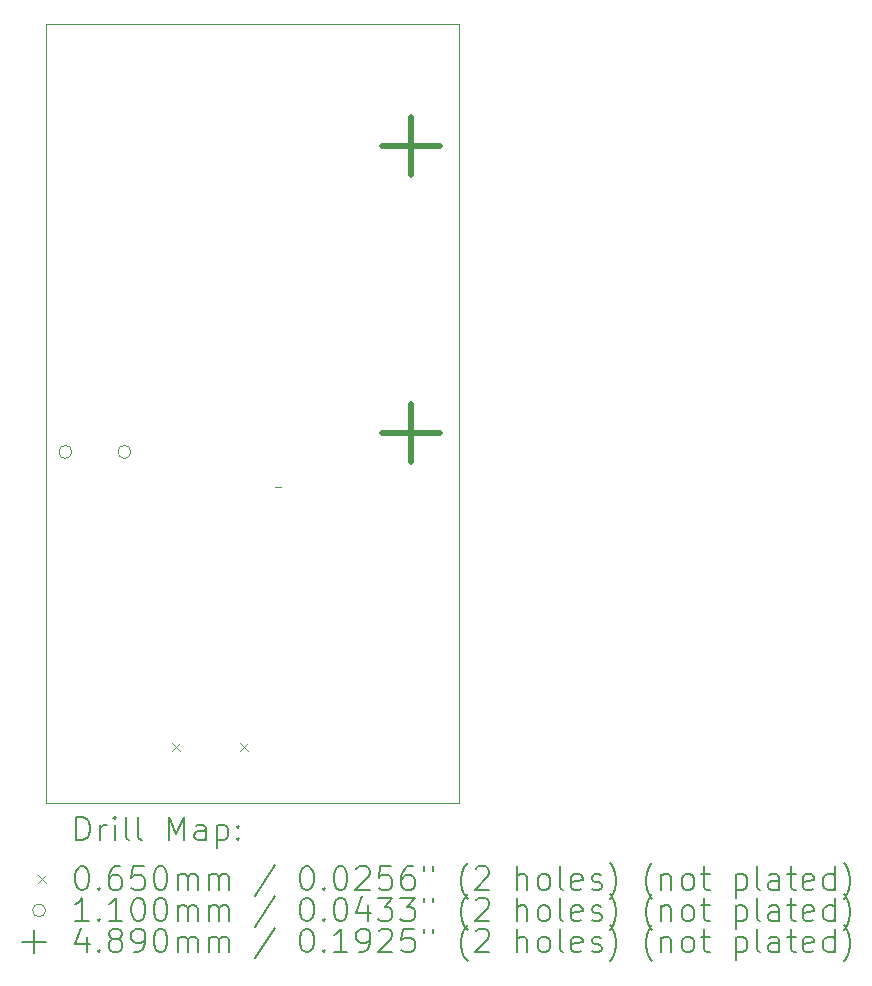
<source format=gbr>
%TF.GenerationSoftware,KiCad,Pcbnew,8.0.4*%
%TF.CreationDate,2024-08-02T16:32:21-04:00*%
%TF.ProjectId,adcesp32,61646365-7370-4333-922e-6b696361645f,rev?*%
%TF.SameCoordinates,Original*%
%TF.FileFunction,Drillmap*%
%TF.FilePolarity,Positive*%
%FSLAX45Y45*%
G04 Gerber Fmt 4.5, Leading zero omitted, Abs format (unit mm)*
G04 Created by KiCad (PCBNEW 8.0.4) date 2024-08-02 16:32:21*
%MOMM*%
%LPD*%
G01*
G04 APERTURE LIST*
%ADD10C,0.050000*%
%ADD11C,0.200000*%
%ADD12C,0.100000*%
%ADD13C,0.110000*%
%ADD14C,0.489000*%
G04 APERTURE END LIST*
D10*
X21925000Y-9425000D02*
X21975000Y-9425000D01*
X21925000Y-9425000D01*
X19985000Y-5500000D02*
X23485000Y-5500000D01*
X23485000Y-12100000D01*
X19985000Y-12100000D01*
X19985000Y-5500000D01*
D11*
D12*
X21053500Y-11592500D02*
X21118500Y-11657500D01*
X21118500Y-11592500D02*
X21053500Y-11657500D01*
X21631500Y-11592500D02*
X21696500Y-11657500D01*
X21696500Y-11592500D02*
X21631500Y-11657500D01*
D13*
X20205000Y-9125000D02*
G75*
G02*
X20095000Y-9125000I-55000J0D01*
G01*
X20095000Y-9125000D02*
G75*
G02*
X20205000Y-9125000I55000J0D01*
G01*
X20705000Y-9125000D02*
G75*
G02*
X20595000Y-9125000I-55000J0D01*
G01*
X20595000Y-9125000D02*
G75*
G02*
X20705000Y-9125000I55000J0D01*
G01*
D14*
X23075000Y-6290500D02*
X23075000Y-6779500D01*
X22830500Y-6535000D02*
X23319500Y-6535000D01*
X23075000Y-8720500D02*
X23075000Y-9209500D01*
X22830500Y-8965000D02*
X23319500Y-8965000D01*
D11*
X20243277Y-12413984D02*
X20243277Y-12213984D01*
X20243277Y-12213984D02*
X20290896Y-12213984D01*
X20290896Y-12213984D02*
X20319467Y-12223508D01*
X20319467Y-12223508D02*
X20338515Y-12242555D01*
X20338515Y-12242555D02*
X20348039Y-12261603D01*
X20348039Y-12261603D02*
X20357563Y-12299698D01*
X20357563Y-12299698D02*
X20357563Y-12328269D01*
X20357563Y-12328269D02*
X20348039Y-12366365D01*
X20348039Y-12366365D02*
X20338515Y-12385412D01*
X20338515Y-12385412D02*
X20319467Y-12404460D01*
X20319467Y-12404460D02*
X20290896Y-12413984D01*
X20290896Y-12413984D02*
X20243277Y-12413984D01*
X20443277Y-12413984D02*
X20443277Y-12280650D01*
X20443277Y-12318746D02*
X20452801Y-12299698D01*
X20452801Y-12299698D02*
X20462324Y-12290174D01*
X20462324Y-12290174D02*
X20481372Y-12280650D01*
X20481372Y-12280650D02*
X20500420Y-12280650D01*
X20567086Y-12413984D02*
X20567086Y-12280650D01*
X20567086Y-12213984D02*
X20557563Y-12223508D01*
X20557563Y-12223508D02*
X20567086Y-12233031D01*
X20567086Y-12233031D02*
X20576610Y-12223508D01*
X20576610Y-12223508D02*
X20567086Y-12213984D01*
X20567086Y-12213984D02*
X20567086Y-12233031D01*
X20690896Y-12413984D02*
X20671848Y-12404460D01*
X20671848Y-12404460D02*
X20662324Y-12385412D01*
X20662324Y-12385412D02*
X20662324Y-12213984D01*
X20795658Y-12413984D02*
X20776610Y-12404460D01*
X20776610Y-12404460D02*
X20767086Y-12385412D01*
X20767086Y-12385412D02*
X20767086Y-12213984D01*
X21024229Y-12413984D02*
X21024229Y-12213984D01*
X21024229Y-12213984D02*
X21090896Y-12356841D01*
X21090896Y-12356841D02*
X21157563Y-12213984D01*
X21157563Y-12213984D02*
X21157563Y-12413984D01*
X21338515Y-12413984D02*
X21338515Y-12309222D01*
X21338515Y-12309222D02*
X21328991Y-12290174D01*
X21328991Y-12290174D02*
X21309944Y-12280650D01*
X21309944Y-12280650D02*
X21271848Y-12280650D01*
X21271848Y-12280650D02*
X21252801Y-12290174D01*
X21338515Y-12404460D02*
X21319467Y-12413984D01*
X21319467Y-12413984D02*
X21271848Y-12413984D01*
X21271848Y-12413984D02*
X21252801Y-12404460D01*
X21252801Y-12404460D02*
X21243277Y-12385412D01*
X21243277Y-12385412D02*
X21243277Y-12366365D01*
X21243277Y-12366365D02*
X21252801Y-12347317D01*
X21252801Y-12347317D02*
X21271848Y-12337793D01*
X21271848Y-12337793D02*
X21319467Y-12337793D01*
X21319467Y-12337793D02*
X21338515Y-12328269D01*
X21433753Y-12280650D02*
X21433753Y-12480650D01*
X21433753Y-12290174D02*
X21452801Y-12280650D01*
X21452801Y-12280650D02*
X21490896Y-12280650D01*
X21490896Y-12280650D02*
X21509944Y-12290174D01*
X21509944Y-12290174D02*
X21519467Y-12299698D01*
X21519467Y-12299698D02*
X21528991Y-12318746D01*
X21528991Y-12318746D02*
X21528991Y-12375888D01*
X21528991Y-12375888D02*
X21519467Y-12394936D01*
X21519467Y-12394936D02*
X21509944Y-12404460D01*
X21509944Y-12404460D02*
X21490896Y-12413984D01*
X21490896Y-12413984D02*
X21452801Y-12413984D01*
X21452801Y-12413984D02*
X21433753Y-12404460D01*
X21614705Y-12394936D02*
X21624229Y-12404460D01*
X21624229Y-12404460D02*
X21614705Y-12413984D01*
X21614705Y-12413984D02*
X21605182Y-12404460D01*
X21605182Y-12404460D02*
X21614705Y-12394936D01*
X21614705Y-12394936D02*
X21614705Y-12413984D01*
X21614705Y-12290174D02*
X21624229Y-12299698D01*
X21624229Y-12299698D02*
X21614705Y-12309222D01*
X21614705Y-12309222D02*
X21605182Y-12299698D01*
X21605182Y-12299698D02*
X21614705Y-12290174D01*
X21614705Y-12290174D02*
X21614705Y-12309222D01*
D12*
X19917500Y-12710000D02*
X19982500Y-12775000D01*
X19982500Y-12710000D02*
X19917500Y-12775000D01*
D11*
X20281372Y-12633984D02*
X20300420Y-12633984D01*
X20300420Y-12633984D02*
X20319467Y-12643508D01*
X20319467Y-12643508D02*
X20328991Y-12653031D01*
X20328991Y-12653031D02*
X20338515Y-12672079D01*
X20338515Y-12672079D02*
X20348039Y-12710174D01*
X20348039Y-12710174D02*
X20348039Y-12757793D01*
X20348039Y-12757793D02*
X20338515Y-12795888D01*
X20338515Y-12795888D02*
X20328991Y-12814936D01*
X20328991Y-12814936D02*
X20319467Y-12824460D01*
X20319467Y-12824460D02*
X20300420Y-12833984D01*
X20300420Y-12833984D02*
X20281372Y-12833984D01*
X20281372Y-12833984D02*
X20262324Y-12824460D01*
X20262324Y-12824460D02*
X20252801Y-12814936D01*
X20252801Y-12814936D02*
X20243277Y-12795888D01*
X20243277Y-12795888D02*
X20233753Y-12757793D01*
X20233753Y-12757793D02*
X20233753Y-12710174D01*
X20233753Y-12710174D02*
X20243277Y-12672079D01*
X20243277Y-12672079D02*
X20252801Y-12653031D01*
X20252801Y-12653031D02*
X20262324Y-12643508D01*
X20262324Y-12643508D02*
X20281372Y-12633984D01*
X20433753Y-12814936D02*
X20443277Y-12824460D01*
X20443277Y-12824460D02*
X20433753Y-12833984D01*
X20433753Y-12833984D02*
X20424229Y-12824460D01*
X20424229Y-12824460D02*
X20433753Y-12814936D01*
X20433753Y-12814936D02*
X20433753Y-12833984D01*
X20614705Y-12633984D02*
X20576610Y-12633984D01*
X20576610Y-12633984D02*
X20557563Y-12643508D01*
X20557563Y-12643508D02*
X20548039Y-12653031D01*
X20548039Y-12653031D02*
X20528991Y-12681603D01*
X20528991Y-12681603D02*
X20519467Y-12719698D01*
X20519467Y-12719698D02*
X20519467Y-12795888D01*
X20519467Y-12795888D02*
X20528991Y-12814936D01*
X20528991Y-12814936D02*
X20538515Y-12824460D01*
X20538515Y-12824460D02*
X20557563Y-12833984D01*
X20557563Y-12833984D02*
X20595658Y-12833984D01*
X20595658Y-12833984D02*
X20614705Y-12824460D01*
X20614705Y-12824460D02*
X20624229Y-12814936D01*
X20624229Y-12814936D02*
X20633753Y-12795888D01*
X20633753Y-12795888D02*
X20633753Y-12748269D01*
X20633753Y-12748269D02*
X20624229Y-12729222D01*
X20624229Y-12729222D02*
X20614705Y-12719698D01*
X20614705Y-12719698D02*
X20595658Y-12710174D01*
X20595658Y-12710174D02*
X20557563Y-12710174D01*
X20557563Y-12710174D02*
X20538515Y-12719698D01*
X20538515Y-12719698D02*
X20528991Y-12729222D01*
X20528991Y-12729222D02*
X20519467Y-12748269D01*
X20814705Y-12633984D02*
X20719467Y-12633984D01*
X20719467Y-12633984D02*
X20709944Y-12729222D01*
X20709944Y-12729222D02*
X20719467Y-12719698D01*
X20719467Y-12719698D02*
X20738515Y-12710174D01*
X20738515Y-12710174D02*
X20786134Y-12710174D01*
X20786134Y-12710174D02*
X20805182Y-12719698D01*
X20805182Y-12719698D02*
X20814705Y-12729222D01*
X20814705Y-12729222D02*
X20824229Y-12748269D01*
X20824229Y-12748269D02*
X20824229Y-12795888D01*
X20824229Y-12795888D02*
X20814705Y-12814936D01*
X20814705Y-12814936D02*
X20805182Y-12824460D01*
X20805182Y-12824460D02*
X20786134Y-12833984D01*
X20786134Y-12833984D02*
X20738515Y-12833984D01*
X20738515Y-12833984D02*
X20719467Y-12824460D01*
X20719467Y-12824460D02*
X20709944Y-12814936D01*
X20948039Y-12633984D02*
X20967086Y-12633984D01*
X20967086Y-12633984D02*
X20986134Y-12643508D01*
X20986134Y-12643508D02*
X20995658Y-12653031D01*
X20995658Y-12653031D02*
X21005182Y-12672079D01*
X21005182Y-12672079D02*
X21014705Y-12710174D01*
X21014705Y-12710174D02*
X21014705Y-12757793D01*
X21014705Y-12757793D02*
X21005182Y-12795888D01*
X21005182Y-12795888D02*
X20995658Y-12814936D01*
X20995658Y-12814936D02*
X20986134Y-12824460D01*
X20986134Y-12824460D02*
X20967086Y-12833984D01*
X20967086Y-12833984D02*
X20948039Y-12833984D01*
X20948039Y-12833984D02*
X20928991Y-12824460D01*
X20928991Y-12824460D02*
X20919467Y-12814936D01*
X20919467Y-12814936D02*
X20909944Y-12795888D01*
X20909944Y-12795888D02*
X20900420Y-12757793D01*
X20900420Y-12757793D02*
X20900420Y-12710174D01*
X20900420Y-12710174D02*
X20909944Y-12672079D01*
X20909944Y-12672079D02*
X20919467Y-12653031D01*
X20919467Y-12653031D02*
X20928991Y-12643508D01*
X20928991Y-12643508D02*
X20948039Y-12633984D01*
X21100420Y-12833984D02*
X21100420Y-12700650D01*
X21100420Y-12719698D02*
X21109944Y-12710174D01*
X21109944Y-12710174D02*
X21128991Y-12700650D01*
X21128991Y-12700650D02*
X21157563Y-12700650D01*
X21157563Y-12700650D02*
X21176610Y-12710174D01*
X21176610Y-12710174D02*
X21186134Y-12729222D01*
X21186134Y-12729222D02*
X21186134Y-12833984D01*
X21186134Y-12729222D02*
X21195658Y-12710174D01*
X21195658Y-12710174D02*
X21214705Y-12700650D01*
X21214705Y-12700650D02*
X21243277Y-12700650D01*
X21243277Y-12700650D02*
X21262325Y-12710174D01*
X21262325Y-12710174D02*
X21271848Y-12729222D01*
X21271848Y-12729222D02*
X21271848Y-12833984D01*
X21367086Y-12833984D02*
X21367086Y-12700650D01*
X21367086Y-12719698D02*
X21376610Y-12710174D01*
X21376610Y-12710174D02*
X21395658Y-12700650D01*
X21395658Y-12700650D02*
X21424229Y-12700650D01*
X21424229Y-12700650D02*
X21443277Y-12710174D01*
X21443277Y-12710174D02*
X21452801Y-12729222D01*
X21452801Y-12729222D02*
X21452801Y-12833984D01*
X21452801Y-12729222D02*
X21462325Y-12710174D01*
X21462325Y-12710174D02*
X21481372Y-12700650D01*
X21481372Y-12700650D02*
X21509944Y-12700650D01*
X21509944Y-12700650D02*
X21528991Y-12710174D01*
X21528991Y-12710174D02*
X21538515Y-12729222D01*
X21538515Y-12729222D02*
X21538515Y-12833984D01*
X21928991Y-12624460D02*
X21757563Y-12881603D01*
X22186134Y-12633984D02*
X22205182Y-12633984D01*
X22205182Y-12633984D02*
X22224229Y-12643508D01*
X22224229Y-12643508D02*
X22233753Y-12653031D01*
X22233753Y-12653031D02*
X22243277Y-12672079D01*
X22243277Y-12672079D02*
X22252801Y-12710174D01*
X22252801Y-12710174D02*
X22252801Y-12757793D01*
X22252801Y-12757793D02*
X22243277Y-12795888D01*
X22243277Y-12795888D02*
X22233753Y-12814936D01*
X22233753Y-12814936D02*
X22224229Y-12824460D01*
X22224229Y-12824460D02*
X22205182Y-12833984D01*
X22205182Y-12833984D02*
X22186134Y-12833984D01*
X22186134Y-12833984D02*
X22167087Y-12824460D01*
X22167087Y-12824460D02*
X22157563Y-12814936D01*
X22157563Y-12814936D02*
X22148039Y-12795888D01*
X22148039Y-12795888D02*
X22138515Y-12757793D01*
X22138515Y-12757793D02*
X22138515Y-12710174D01*
X22138515Y-12710174D02*
X22148039Y-12672079D01*
X22148039Y-12672079D02*
X22157563Y-12653031D01*
X22157563Y-12653031D02*
X22167087Y-12643508D01*
X22167087Y-12643508D02*
X22186134Y-12633984D01*
X22338515Y-12814936D02*
X22348039Y-12824460D01*
X22348039Y-12824460D02*
X22338515Y-12833984D01*
X22338515Y-12833984D02*
X22328991Y-12824460D01*
X22328991Y-12824460D02*
X22338515Y-12814936D01*
X22338515Y-12814936D02*
X22338515Y-12833984D01*
X22471848Y-12633984D02*
X22490896Y-12633984D01*
X22490896Y-12633984D02*
X22509944Y-12643508D01*
X22509944Y-12643508D02*
X22519467Y-12653031D01*
X22519467Y-12653031D02*
X22528991Y-12672079D01*
X22528991Y-12672079D02*
X22538515Y-12710174D01*
X22538515Y-12710174D02*
X22538515Y-12757793D01*
X22538515Y-12757793D02*
X22528991Y-12795888D01*
X22528991Y-12795888D02*
X22519467Y-12814936D01*
X22519467Y-12814936D02*
X22509944Y-12824460D01*
X22509944Y-12824460D02*
X22490896Y-12833984D01*
X22490896Y-12833984D02*
X22471848Y-12833984D01*
X22471848Y-12833984D02*
X22452801Y-12824460D01*
X22452801Y-12824460D02*
X22443277Y-12814936D01*
X22443277Y-12814936D02*
X22433753Y-12795888D01*
X22433753Y-12795888D02*
X22424229Y-12757793D01*
X22424229Y-12757793D02*
X22424229Y-12710174D01*
X22424229Y-12710174D02*
X22433753Y-12672079D01*
X22433753Y-12672079D02*
X22443277Y-12653031D01*
X22443277Y-12653031D02*
X22452801Y-12643508D01*
X22452801Y-12643508D02*
X22471848Y-12633984D01*
X22614706Y-12653031D02*
X22624229Y-12643508D01*
X22624229Y-12643508D02*
X22643277Y-12633984D01*
X22643277Y-12633984D02*
X22690896Y-12633984D01*
X22690896Y-12633984D02*
X22709944Y-12643508D01*
X22709944Y-12643508D02*
X22719467Y-12653031D01*
X22719467Y-12653031D02*
X22728991Y-12672079D01*
X22728991Y-12672079D02*
X22728991Y-12691127D01*
X22728991Y-12691127D02*
X22719467Y-12719698D01*
X22719467Y-12719698D02*
X22605182Y-12833984D01*
X22605182Y-12833984D02*
X22728991Y-12833984D01*
X22909944Y-12633984D02*
X22814706Y-12633984D01*
X22814706Y-12633984D02*
X22805182Y-12729222D01*
X22805182Y-12729222D02*
X22814706Y-12719698D01*
X22814706Y-12719698D02*
X22833753Y-12710174D01*
X22833753Y-12710174D02*
X22881372Y-12710174D01*
X22881372Y-12710174D02*
X22900420Y-12719698D01*
X22900420Y-12719698D02*
X22909944Y-12729222D01*
X22909944Y-12729222D02*
X22919467Y-12748269D01*
X22919467Y-12748269D02*
X22919467Y-12795888D01*
X22919467Y-12795888D02*
X22909944Y-12814936D01*
X22909944Y-12814936D02*
X22900420Y-12824460D01*
X22900420Y-12824460D02*
X22881372Y-12833984D01*
X22881372Y-12833984D02*
X22833753Y-12833984D01*
X22833753Y-12833984D02*
X22814706Y-12824460D01*
X22814706Y-12824460D02*
X22805182Y-12814936D01*
X23090896Y-12633984D02*
X23052801Y-12633984D01*
X23052801Y-12633984D02*
X23033753Y-12643508D01*
X23033753Y-12643508D02*
X23024229Y-12653031D01*
X23024229Y-12653031D02*
X23005182Y-12681603D01*
X23005182Y-12681603D02*
X22995658Y-12719698D01*
X22995658Y-12719698D02*
X22995658Y-12795888D01*
X22995658Y-12795888D02*
X23005182Y-12814936D01*
X23005182Y-12814936D02*
X23014706Y-12824460D01*
X23014706Y-12824460D02*
X23033753Y-12833984D01*
X23033753Y-12833984D02*
X23071848Y-12833984D01*
X23071848Y-12833984D02*
X23090896Y-12824460D01*
X23090896Y-12824460D02*
X23100420Y-12814936D01*
X23100420Y-12814936D02*
X23109944Y-12795888D01*
X23109944Y-12795888D02*
X23109944Y-12748269D01*
X23109944Y-12748269D02*
X23100420Y-12729222D01*
X23100420Y-12729222D02*
X23090896Y-12719698D01*
X23090896Y-12719698D02*
X23071848Y-12710174D01*
X23071848Y-12710174D02*
X23033753Y-12710174D01*
X23033753Y-12710174D02*
X23014706Y-12719698D01*
X23014706Y-12719698D02*
X23005182Y-12729222D01*
X23005182Y-12729222D02*
X22995658Y-12748269D01*
X23186134Y-12633984D02*
X23186134Y-12672079D01*
X23262325Y-12633984D02*
X23262325Y-12672079D01*
X23557563Y-12910174D02*
X23548039Y-12900650D01*
X23548039Y-12900650D02*
X23528991Y-12872079D01*
X23528991Y-12872079D02*
X23519468Y-12853031D01*
X23519468Y-12853031D02*
X23509944Y-12824460D01*
X23509944Y-12824460D02*
X23500420Y-12776841D01*
X23500420Y-12776841D02*
X23500420Y-12738746D01*
X23500420Y-12738746D02*
X23509944Y-12691127D01*
X23509944Y-12691127D02*
X23519468Y-12662555D01*
X23519468Y-12662555D02*
X23528991Y-12643508D01*
X23528991Y-12643508D02*
X23548039Y-12614936D01*
X23548039Y-12614936D02*
X23557563Y-12605412D01*
X23624229Y-12653031D02*
X23633753Y-12643508D01*
X23633753Y-12643508D02*
X23652801Y-12633984D01*
X23652801Y-12633984D02*
X23700420Y-12633984D01*
X23700420Y-12633984D02*
X23719468Y-12643508D01*
X23719468Y-12643508D02*
X23728991Y-12653031D01*
X23728991Y-12653031D02*
X23738515Y-12672079D01*
X23738515Y-12672079D02*
X23738515Y-12691127D01*
X23738515Y-12691127D02*
X23728991Y-12719698D01*
X23728991Y-12719698D02*
X23614706Y-12833984D01*
X23614706Y-12833984D02*
X23738515Y-12833984D01*
X23976610Y-12833984D02*
X23976610Y-12633984D01*
X24062325Y-12833984D02*
X24062325Y-12729222D01*
X24062325Y-12729222D02*
X24052801Y-12710174D01*
X24052801Y-12710174D02*
X24033753Y-12700650D01*
X24033753Y-12700650D02*
X24005182Y-12700650D01*
X24005182Y-12700650D02*
X23986134Y-12710174D01*
X23986134Y-12710174D02*
X23976610Y-12719698D01*
X24186134Y-12833984D02*
X24167087Y-12824460D01*
X24167087Y-12824460D02*
X24157563Y-12814936D01*
X24157563Y-12814936D02*
X24148039Y-12795888D01*
X24148039Y-12795888D02*
X24148039Y-12738746D01*
X24148039Y-12738746D02*
X24157563Y-12719698D01*
X24157563Y-12719698D02*
X24167087Y-12710174D01*
X24167087Y-12710174D02*
X24186134Y-12700650D01*
X24186134Y-12700650D02*
X24214706Y-12700650D01*
X24214706Y-12700650D02*
X24233753Y-12710174D01*
X24233753Y-12710174D02*
X24243277Y-12719698D01*
X24243277Y-12719698D02*
X24252801Y-12738746D01*
X24252801Y-12738746D02*
X24252801Y-12795888D01*
X24252801Y-12795888D02*
X24243277Y-12814936D01*
X24243277Y-12814936D02*
X24233753Y-12824460D01*
X24233753Y-12824460D02*
X24214706Y-12833984D01*
X24214706Y-12833984D02*
X24186134Y-12833984D01*
X24367087Y-12833984D02*
X24348039Y-12824460D01*
X24348039Y-12824460D02*
X24338515Y-12805412D01*
X24338515Y-12805412D02*
X24338515Y-12633984D01*
X24519468Y-12824460D02*
X24500420Y-12833984D01*
X24500420Y-12833984D02*
X24462325Y-12833984D01*
X24462325Y-12833984D02*
X24443277Y-12824460D01*
X24443277Y-12824460D02*
X24433753Y-12805412D01*
X24433753Y-12805412D02*
X24433753Y-12729222D01*
X24433753Y-12729222D02*
X24443277Y-12710174D01*
X24443277Y-12710174D02*
X24462325Y-12700650D01*
X24462325Y-12700650D02*
X24500420Y-12700650D01*
X24500420Y-12700650D02*
X24519468Y-12710174D01*
X24519468Y-12710174D02*
X24528991Y-12729222D01*
X24528991Y-12729222D02*
X24528991Y-12748269D01*
X24528991Y-12748269D02*
X24433753Y-12767317D01*
X24605182Y-12824460D02*
X24624230Y-12833984D01*
X24624230Y-12833984D02*
X24662325Y-12833984D01*
X24662325Y-12833984D02*
X24681372Y-12824460D01*
X24681372Y-12824460D02*
X24690896Y-12805412D01*
X24690896Y-12805412D02*
X24690896Y-12795888D01*
X24690896Y-12795888D02*
X24681372Y-12776841D01*
X24681372Y-12776841D02*
X24662325Y-12767317D01*
X24662325Y-12767317D02*
X24633753Y-12767317D01*
X24633753Y-12767317D02*
X24614706Y-12757793D01*
X24614706Y-12757793D02*
X24605182Y-12738746D01*
X24605182Y-12738746D02*
X24605182Y-12729222D01*
X24605182Y-12729222D02*
X24614706Y-12710174D01*
X24614706Y-12710174D02*
X24633753Y-12700650D01*
X24633753Y-12700650D02*
X24662325Y-12700650D01*
X24662325Y-12700650D02*
X24681372Y-12710174D01*
X24757563Y-12910174D02*
X24767087Y-12900650D01*
X24767087Y-12900650D02*
X24786134Y-12872079D01*
X24786134Y-12872079D02*
X24795658Y-12853031D01*
X24795658Y-12853031D02*
X24805182Y-12824460D01*
X24805182Y-12824460D02*
X24814706Y-12776841D01*
X24814706Y-12776841D02*
X24814706Y-12738746D01*
X24814706Y-12738746D02*
X24805182Y-12691127D01*
X24805182Y-12691127D02*
X24795658Y-12662555D01*
X24795658Y-12662555D02*
X24786134Y-12643508D01*
X24786134Y-12643508D02*
X24767087Y-12614936D01*
X24767087Y-12614936D02*
X24757563Y-12605412D01*
X25119468Y-12910174D02*
X25109944Y-12900650D01*
X25109944Y-12900650D02*
X25090896Y-12872079D01*
X25090896Y-12872079D02*
X25081372Y-12853031D01*
X25081372Y-12853031D02*
X25071849Y-12824460D01*
X25071849Y-12824460D02*
X25062325Y-12776841D01*
X25062325Y-12776841D02*
X25062325Y-12738746D01*
X25062325Y-12738746D02*
X25071849Y-12691127D01*
X25071849Y-12691127D02*
X25081372Y-12662555D01*
X25081372Y-12662555D02*
X25090896Y-12643508D01*
X25090896Y-12643508D02*
X25109944Y-12614936D01*
X25109944Y-12614936D02*
X25119468Y-12605412D01*
X25195658Y-12700650D02*
X25195658Y-12833984D01*
X25195658Y-12719698D02*
X25205182Y-12710174D01*
X25205182Y-12710174D02*
X25224230Y-12700650D01*
X25224230Y-12700650D02*
X25252801Y-12700650D01*
X25252801Y-12700650D02*
X25271849Y-12710174D01*
X25271849Y-12710174D02*
X25281372Y-12729222D01*
X25281372Y-12729222D02*
X25281372Y-12833984D01*
X25405182Y-12833984D02*
X25386134Y-12824460D01*
X25386134Y-12824460D02*
X25376611Y-12814936D01*
X25376611Y-12814936D02*
X25367087Y-12795888D01*
X25367087Y-12795888D02*
X25367087Y-12738746D01*
X25367087Y-12738746D02*
X25376611Y-12719698D01*
X25376611Y-12719698D02*
X25386134Y-12710174D01*
X25386134Y-12710174D02*
X25405182Y-12700650D01*
X25405182Y-12700650D02*
X25433753Y-12700650D01*
X25433753Y-12700650D02*
X25452801Y-12710174D01*
X25452801Y-12710174D02*
X25462325Y-12719698D01*
X25462325Y-12719698D02*
X25471849Y-12738746D01*
X25471849Y-12738746D02*
X25471849Y-12795888D01*
X25471849Y-12795888D02*
X25462325Y-12814936D01*
X25462325Y-12814936D02*
X25452801Y-12824460D01*
X25452801Y-12824460D02*
X25433753Y-12833984D01*
X25433753Y-12833984D02*
X25405182Y-12833984D01*
X25528992Y-12700650D02*
X25605182Y-12700650D01*
X25557563Y-12633984D02*
X25557563Y-12805412D01*
X25557563Y-12805412D02*
X25567087Y-12824460D01*
X25567087Y-12824460D02*
X25586134Y-12833984D01*
X25586134Y-12833984D02*
X25605182Y-12833984D01*
X25824230Y-12700650D02*
X25824230Y-12900650D01*
X25824230Y-12710174D02*
X25843277Y-12700650D01*
X25843277Y-12700650D02*
X25881373Y-12700650D01*
X25881373Y-12700650D02*
X25900420Y-12710174D01*
X25900420Y-12710174D02*
X25909944Y-12719698D01*
X25909944Y-12719698D02*
X25919468Y-12738746D01*
X25919468Y-12738746D02*
X25919468Y-12795888D01*
X25919468Y-12795888D02*
X25909944Y-12814936D01*
X25909944Y-12814936D02*
X25900420Y-12824460D01*
X25900420Y-12824460D02*
X25881373Y-12833984D01*
X25881373Y-12833984D02*
X25843277Y-12833984D01*
X25843277Y-12833984D02*
X25824230Y-12824460D01*
X26033753Y-12833984D02*
X26014706Y-12824460D01*
X26014706Y-12824460D02*
X26005182Y-12805412D01*
X26005182Y-12805412D02*
X26005182Y-12633984D01*
X26195658Y-12833984D02*
X26195658Y-12729222D01*
X26195658Y-12729222D02*
X26186134Y-12710174D01*
X26186134Y-12710174D02*
X26167087Y-12700650D01*
X26167087Y-12700650D02*
X26128992Y-12700650D01*
X26128992Y-12700650D02*
X26109944Y-12710174D01*
X26195658Y-12824460D02*
X26176611Y-12833984D01*
X26176611Y-12833984D02*
X26128992Y-12833984D01*
X26128992Y-12833984D02*
X26109944Y-12824460D01*
X26109944Y-12824460D02*
X26100420Y-12805412D01*
X26100420Y-12805412D02*
X26100420Y-12786365D01*
X26100420Y-12786365D02*
X26109944Y-12767317D01*
X26109944Y-12767317D02*
X26128992Y-12757793D01*
X26128992Y-12757793D02*
X26176611Y-12757793D01*
X26176611Y-12757793D02*
X26195658Y-12748269D01*
X26262325Y-12700650D02*
X26338515Y-12700650D01*
X26290896Y-12633984D02*
X26290896Y-12805412D01*
X26290896Y-12805412D02*
X26300420Y-12824460D01*
X26300420Y-12824460D02*
X26319468Y-12833984D01*
X26319468Y-12833984D02*
X26338515Y-12833984D01*
X26481373Y-12824460D02*
X26462325Y-12833984D01*
X26462325Y-12833984D02*
X26424230Y-12833984D01*
X26424230Y-12833984D02*
X26405182Y-12824460D01*
X26405182Y-12824460D02*
X26395658Y-12805412D01*
X26395658Y-12805412D02*
X26395658Y-12729222D01*
X26395658Y-12729222D02*
X26405182Y-12710174D01*
X26405182Y-12710174D02*
X26424230Y-12700650D01*
X26424230Y-12700650D02*
X26462325Y-12700650D01*
X26462325Y-12700650D02*
X26481373Y-12710174D01*
X26481373Y-12710174D02*
X26490896Y-12729222D01*
X26490896Y-12729222D02*
X26490896Y-12748269D01*
X26490896Y-12748269D02*
X26395658Y-12767317D01*
X26662325Y-12833984D02*
X26662325Y-12633984D01*
X26662325Y-12824460D02*
X26643277Y-12833984D01*
X26643277Y-12833984D02*
X26605182Y-12833984D01*
X26605182Y-12833984D02*
X26586134Y-12824460D01*
X26586134Y-12824460D02*
X26576611Y-12814936D01*
X26576611Y-12814936D02*
X26567087Y-12795888D01*
X26567087Y-12795888D02*
X26567087Y-12738746D01*
X26567087Y-12738746D02*
X26576611Y-12719698D01*
X26576611Y-12719698D02*
X26586134Y-12710174D01*
X26586134Y-12710174D02*
X26605182Y-12700650D01*
X26605182Y-12700650D02*
X26643277Y-12700650D01*
X26643277Y-12700650D02*
X26662325Y-12710174D01*
X26738515Y-12910174D02*
X26748039Y-12900650D01*
X26748039Y-12900650D02*
X26767087Y-12872079D01*
X26767087Y-12872079D02*
X26776611Y-12853031D01*
X26776611Y-12853031D02*
X26786134Y-12824460D01*
X26786134Y-12824460D02*
X26795658Y-12776841D01*
X26795658Y-12776841D02*
X26795658Y-12738746D01*
X26795658Y-12738746D02*
X26786134Y-12691127D01*
X26786134Y-12691127D02*
X26776611Y-12662555D01*
X26776611Y-12662555D02*
X26767087Y-12643508D01*
X26767087Y-12643508D02*
X26748039Y-12614936D01*
X26748039Y-12614936D02*
X26738515Y-12605412D01*
D13*
X19982500Y-13006500D02*
G75*
G02*
X19872500Y-13006500I-55000J0D01*
G01*
X19872500Y-13006500D02*
G75*
G02*
X19982500Y-13006500I55000J0D01*
G01*
D11*
X20348039Y-13097984D02*
X20233753Y-13097984D01*
X20290896Y-13097984D02*
X20290896Y-12897984D01*
X20290896Y-12897984D02*
X20271848Y-12926555D01*
X20271848Y-12926555D02*
X20252801Y-12945603D01*
X20252801Y-12945603D02*
X20233753Y-12955127D01*
X20433753Y-13078936D02*
X20443277Y-13088460D01*
X20443277Y-13088460D02*
X20433753Y-13097984D01*
X20433753Y-13097984D02*
X20424229Y-13088460D01*
X20424229Y-13088460D02*
X20433753Y-13078936D01*
X20433753Y-13078936D02*
X20433753Y-13097984D01*
X20633753Y-13097984D02*
X20519467Y-13097984D01*
X20576610Y-13097984D02*
X20576610Y-12897984D01*
X20576610Y-12897984D02*
X20557563Y-12926555D01*
X20557563Y-12926555D02*
X20538515Y-12945603D01*
X20538515Y-12945603D02*
X20519467Y-12955127D01*
X20757563Y-12897984D02*
X20776610Y-12897984D01*
X20776610Y-12897984D02*
X20795658Y-12907508D01*
X20795658Y-12907508D02*
X20805182Y-12917031D01*
X20805182Y-12917031D02*
X20814705Y-12936079D01*
X20814705Y-12936079D02*
X20824229Y-12974174D01*
X20824229Y-12974174D02*
X20824229Y-13021793D01*
X20824229Y-13021793D02*
X20814705Y-13059888D01*
X20814705Y-13059888D02*
X20805182Y-13078936D01*
X20805182Y-13078936D02*
X20795658Y-13088460D01*
X20795658Y-13088460D02*
X20776610Y-13097984D01*
X20776610Y-13097984D02*
X20757563Y-13097984D01*
X20757563Y-13097984D02*
X20738515Y-13088460D01*
X20738515Y-13088460D02*
X20728991Y-13078936D01*
X20728991Y-13078936D02*
X20719467Y-13059888D01*
X20719467Y-13059888D02*
X20709944Y-13021793D01*
X20709944Y-13021793D02*
X20709944Y-12974174D01*
X20709944Y-12974174D02*
X20719467Y-12936079D01*
X20719467Y-12936079D02*
X20728991Y-12917031D01*
X20728991Y-12917031D02*
X20738515Y-12907508D01*
X20738515Y-12907508D02*
X20757563Y-12897984D01*
X20948039Y-12897984D02*
X20967086Y-12897984D01*
X20967086Y-12897984D02*
X20986134Y-12907508D01*
X20986134Y-12907508D02*
X20995658Y-12917031D01*
X20995658Y-12917031D02*
X21005182Y-12936079D01*
X21005182Y-12936079D02*
X21014705Y-12974174D01*
X21014705Y-12974174D02*
X21014705Y-13021793D01*
X21014705Y-13021793D02*
X21005182Y-13059888D01*
X21005182Y-13059888D02*
X20995658Y-13078936D01*
X20995658Y-13078936D02*
X20986134Y-13088460D01*
X20986134Y-13088460D02*
X20967086Y-13097984D01*
X20967086Y-13097984D02*
X20948039Y-13097984D01*
X20948039Y-13097984D02*
X20928991Y-13088460D01*
X20928991Y-13088460D02*
X20919467Y-13078936D01*
X20919467Y-13078936D02*
X20909944Y-13059888D01*
X20909944Y-13059888D02*
X20900420Y-13021793D01*
X20900420Y-13021793D02*
X20900420Y-12974174D01*
X20900420Y-12974174D02*
X20909944Y-12936079D01*
X20909944Y-12936079D02*
X20919467Y-12917031D01*
X20919467Y-12917031D02*
X20928991Y-12907508D01*
X20928991Y-12907508D02*
X20948039Y-12897984D01*
X21100420Y-13097984D02*
X21100420Y-12964650D01*
X21100420Y-12983698D02*
X21109944Y-12974174D01*
X21109944Y-12974174D02*
X21128991Y-12964650D01*
X21128991Y-12964650D02*
X21157563Y-12964650D01*
X21157563Y-12964650D02*
X21176610Y-12974174D01*
X21176610Y-12974174D02*
X21186134Y-12993222D01*
X21186134Y-12993222D02*
X21186134Y-13097984D01*
X21186134Y-12993222D02*
X21195658Y-12974174D01*
X21195658Y-12974174D02*
X21214705Y-12964650D01*
X21214705Y-12964650D02*
X21243277Y-12964650D01*
X21243277Y-12964650D02*
X21262325Y-12974174D01*
X21262325Y-12974174D02*
X21271848Y-12993222D01*
X21271848Y-12993222D02*
X21271848Y-13097984D01*
X21367086Y-13097984D02*
X21367086Y-12964650D01*
X21367086Y-12983698D02*
X21376610Y-12974174D01*
X21376610Y-12974174D02*
X21395658Y-12964650D01*
X21395658Y-12964650D02*
X21424229Y-12964650D01*
X21424229Y-12964650D02*
X21443277Y-12974174D01*
X21443277Y-12974174D02*
X21452801Y-12993222D01*
X21452801Y-12993222D02*
X21452801Y-13097984D01*
X21452801Y-12993222D02*
X21462325Y-12974174D01*
X21462325Y-12974174D02*
X21481372Y-12964650D01*
X21481372Y-12964650D02*
X21509944Y-12964650D01*
X21509944Y-12964650D02*
X21528991Y-12974174D01*
X21528991Y-12974174D02*
X21538515Y-12993222D01*
X21538515Y-12993222D02*
X21538515Y-13097984D01*
X21928991Y-12888460D02*
X21757563Y-13145603D01*
X22186134Y-12897984D02*
X22205182Y-12897984D01*
X22205182Y-12897984D02*
X22224229Y-12907508D01*
X22224229Y-12907508D02*
X22233753Y-12917031D01*
X22233753Y-12917031D02*
X22243277Y-12936079D01*
X22243277Y-12936079D02*
X22252801Y-12974174D01*
X22252801Y-12974174D02*
X22252801Y-13021793D01*
X22252801Y-13021793D02*
X22243277Y-13059888D01*
X22243277Y-13059888D02*
X22233753Y-13078936D01*
X22233753Y-13078936D02*
X22224229Y-13088460D01*
X22224229Y-13088460D02*
X22205182Y-13097984D01*
X22205182Y-13097984D02*
X22186134Y-13097984D01*
X22186134Y-13097984D02*
X22167087Y-13088460D01*
X22167087Y-13088460D02*
X22157563Y-13078936D01*
X22157563Y-13078936D02*
X22148039Y-13059888D01*
X22148039Y-13059888D02*
X22138515Y-13021793D01*
X22138515Y-13021793D02*
X22138515Y-12974174D01*
X22138515Y-12974174D02*
X22148039Y-12936079D01*
X22148039Y-12936079D02*
X22157563Y-12917031D01*
X22157563Y-12917031D02*
X22167087Y-12907508D01*
X22167087Y-12907508D02*
X22186134Y-12897984D01*
X22338515Y-13078936D02*
X22348039Y-13088460D01*
X22348039Y-13088460D02*
X22338515Y-13097984D01*
X22338515Y-13097984D02*
X22328991Y-13088460D01*
X22328991Y-13088460D02*
X22338515Y-13078936D01*
X22338515Y-13078936D02*
X22338515Y-13097984D01*
X22471848Y-12897984D02*
X22490896Y-12897984D01*
X22490896Y-12897984D02*
X22509944Y-12907508D01*
X22509944Y-12907508D02*
X22519467Y-12917031D01*
X22519467Y-12917031D02*
X22528991Y-12936079D01*
X22528991Y-12936079D02*
X22538515Y-12974174D01*
X22538515Y-12974174D02*
X22538515Y-13021793D01*
X22538515Y-13021793D02*
X22528991Y-13059888D01*
X22528991Y-13059888D02*
X22519467Y-13078936D01*
X22519467Y-13078936D02*
X22509944Y-13088460D01*
X22509944Y-13088460D02*
X22490896Y-13097984D01*
X22490896Y-13097984D02*
X22471848Y-13097984D01*
X22471848Y-13097984D02*
X22452801Y-13088460D01*
X22452801Y-13088460D02*
X22443277Y-13078936D01*
X22443277Y-13078936D02*
X22433753Y-13059888D01*
X22433753Y-13059888D02*
X22424229Y-13021793D01*
X22424229Y-13021793D02*
X22424229Y-12974174D01*
X22424229Y-12974174D02*
X22433753Y-12936079D01*
X22433753Y-12936079D02*
X22443277Y-12917031D01*
X22443277Y-12917031D02*
X22452801Y-12907508D01*
X22452801Y-12907508D02*
X22471848Y-12897984D01*
X22709944Y-12964650D02*
X22709944Y-13097984D01*
X22662325Y-12888460D02*
X22614706Y-13031317D01*
X22614706Y-13031317D02*
X22738515Y-13031317D01*
X22795658Y-12897984D02*
X22919467Y-12897984D01*
X22919467Y-12897984D02*
X22852801Y-12974174D01*
X22852801Y-12974174D02*
X22881372Y-12974174D01*
X22881372Y-12974174D02*
X22900420Y-12983698D01*
X22900420Y-12983698D02*
X22909944Y-12993222D01*
X22909944Y-12993222D02*
X22919467Y-13012269D01*
X22919467Y-13012269D02*
X22919467Y-13059888D01*
X22919467Y-13059888D02*
X22909944Y-13078936D01*
X22909944Y-13078936D02*
X22900420Y-13088460D01*
X22900420Y-13088460D02*
X22881372Y-13097984D01*
X22881372Y-13097984D02*
X22824229Y-13097984D01*
X22824229Y-13097984D02*
X22805182Y-13088460D01*
X22805182Y-13088460D02*
X22795658Y-13078936D01*
X22986134Y-12897984D02*
X23109944Y-12897984D01*
X23109944Y-12897984D02*
X23043277Y-12974174D01*
X23043277Y-12974174D02*
X23071848Y-12974174D01*
X23071848Y-12974174D02*
X23090896Y-12983698D01*
X23090896Y-12983698D02*
X23100420Y-12993222D01*
X23100420Y-12993222D02*
X23109944Y-13012269D01*
X23109944Y-13012269D02*
X23109944Y-13059888D01*
X23109944Y-13059888D02*
X23100420Y-13078936D01*
X23100420Y-13078936D02*
X23090896Y-13088460D01*
X23090896Y-13088460D02*
X23071848Y-13097984D01*
X23071848Y-13097984D02*
X23014706Y-13097984D01*
X23014706Y-13097984D02*
X22995658Y-13088460D01*
X22995658Y-13088460D02*
X22986134Y-13078936D01*
X23186134Y-12897984D02*
X23186134Y-12936079D01*
X23262325Y-12897984D02*
X23262325Y-12936079D01*
X23557563Y-13174174D02*
X23548039Y-13164650D01*
X23548039Y-13164650D02*
X23528991Y-13136079D01*
X23528991Y-13136079D02*
X23519468Y-13117031D01*
X23519468Y-13117031D02*
X23509944Y-13088460D01*
X23509944Y-13088460D02*
X23500420Y-13040841D01*
X23500420Y-13040841D02*
X23500420Y-13002746D01*
X23500420Y-13002746D02*
X23509944Y-12955127D01*
X23509944Y-12955127D02*
X23519468Y-12926555D01*
X23519468Y-12926555D02*
X23528991Y-12907508D01*
X23528991Y-12907508D02*
X23548039Y-12878936D01*
X23548039Y-12878936D02*
X23557563Y-12869412D01*
X23624229Y-12917031D02*
X23633753Y-12907508D01*
X23633753Y-12907508D02*
X23652801Y-12897984D01*
X23652801Y-12897984D02*
X23700420Y-12897984D01*
X23700420Y-12897984D02*
X23719468Y-12907508D01*
X23719468Y-12907508D02*
X23728991Y-12917031D01*
X23728991Y-12917031D02*
X23738515Y-12936079D01*
X23738515Y-12936079D02*
X23738515Y-12955127D01*
X23738515Y-12955127D02*
X23728991Y-12983698D01*
X23728991Y-12983698D02*
X23614706Y-13097984D01*
X23614706Y-13097984D02*
X23738515Y-13097984D01*
X23976610Y-13097984D02*
X23976610Y-12897984D01*
X24062325Y-13097984D02*
X24062325Y-12993222D01*
X24062325Y-12993222D02*
X24052801Y-12974174D01*
X24052801Y-12974174D02*
X24033753Y-12964650D01*
X24033753Y-12964650D02*
X24005182Y-12964650D01*
X24005182Y-12964650D02*
X23986134Y-12974174D01*
X23986134Y-12974174D02*
X23976610Y-12983698D01*
X24186134Y-13097984D02*
X24167087Y-13088460D01*
X24167087Y-13088460D02*
X24157563Y-13078936D01*
X24157563Y-13078936D02*
X24148039Y-13059888D01*
X24148039Y-13059888D02*
X24148039Y-13002746D01*
X24148039Y-13002746D02*
X24157563Y-12983698D01*
X24157563Y-12983698D02*
X24167087Y-12974174D01*
X24167087Y-12974174D02*
X24186134Y-12964650D01*
X24186134Y-12964650D02*
X24214706Y-12964650D01*
X24214706Y-12964650D02*
X24233753Y-12974174D01*
X24233753Y-12974174D02*
X24243277Y-12983698D01*
X24243277Y-12983698D02*
X24252801Y-13002746D01*
X24252801Y-13002746D02*
X24252801Y-13059888D01*
X24252801Y-13059888D02*
X24243277Y-13078936D01*
X24243277Y-13078936D02*
X24233753Y-13088460D01*
X24233753Y-13088460D02*
X24214706Y-13097984D01*
X24214706Y-13097984D02*
X24186134Y-13097984D01*
X24367087Y-13097984D02*
X24348039Y-13088460D01*
X24348039Y-13088460D02*
X24338515Y-13069412D01*
X24338515Y-13069412D02*
X24338515Y-12897984D01*
X24519468Y-13088460D02*
X24500420Y-13097984D01*
X24500420Y-13097984D02*
X24462325Y-13097984D01*
X24462325Y-13097984D02*
X24443277Y-13088460D01*
X24443277Y-13088460D02*
X24433753Y-13069412D01*
X24433753Y-13069412D02*
X24433753Y-12993222D01*
X24433753Y-12993222D02*
X24443277Y-12974174D01*
X24443277Y-12974174D02*
X24462325Y-12964650D01*
X24462325Y-12964650D02*
X24500420Y-12964650D01*
X24500420Y-12964650D02*
X24519468Y-12974174D01*
X24519468Y-12974174D02*
X24528991Y-12993222D01*
X24528991Y-12993222D02*
X24528991Y-13012269D01*
X24528991Y-13012269D02*
X24433753Y-13031317D01*
X24605182Y-13088460D02*
X24624230Y-13097984D01*
X24624230Y-13097984D02*
X24662325Y-13097984D01*
X24662325Y-13097984D02*
X24681372Y-13088460D01*
X24681372Y-13088460D02*
X24690896Y-13069412D01*
X24690896Y-13069412D02*
X24690896Y-13059888D01*
X24690896Y-13059888D02*
X24681372Y-13040841D01*
X24681372Y-13040841D02*
X24662325Y-13031317D01*
X24662325Y-13031317D02*
X24633753Y-13031317D01*
X24633753Y-13031317D02*
X24614706Y-13021793D01*
X24614706Y-13021793D02*
X24605182Y-13002746D01*
X24605182Y-13002746D02*
X24605182Y-12993222D01*
X24605182Y-12993222D02*
X24614706Y-12974174D01*
X24614706Y-12974174D02*
X24633753Y-12964650D01*
X24633753Y-12964650D02*
X24662325Y-12964650D01*
X24662325Y-12964650D02*
X24681372Y-12974174D01*
X24757563Y-13174174D02*
X24767087Y-13164650D01*
X24767087Y-13164650D02*
X24786134Y-13136079D01*
X24786134Y-13136079D02*
X24795658Y-13117031D01*
X24795658Y-13117031D02*
X24805182Y-13088460D01*
X24805182Y-13088460D02*
X24814706Y-13040841D01*
X24814706Y-13040841D02*
X24814706Y-13002746D01*
X24814706Y-13002746D02*
X24805182Y-12955127D01*
X24805182Y-12955127D02*
X24795658Y-12926555D01*
X24795658Y-12926555D02*
X24786134Y-12907508D01*
X24786134Y-12907508D02*
X24767087Y-12878936D01*
X24767087Y-12878936D02*
X24757563Y-12869412D01*
X25119468Y-13174174D02*
X25109944Y-13164650D01*
X25109944Y-13164650D02*
X25090896Y-13136079D01*
X25090896Y-13136079D02*
X25081372Y-13117031D01*
X25081372Y-13117031D02*
X25071849Y-13088460D01*
X25071849Y-13088460D02*
X25062325Y-13040841D01*
X25062325Y-13040841D02*
X25062325Y-13002746D01*
X25062325Y-13002746D02*
X25071849Y-12955127D01*
X25071849Y-12955127D02*
X25081372Y-12926555D01*
X25081372Y-12926555D02*
X25090896Y-12907508D01*
X25090896Y-12907508D02*
X25109944Y-12878936D01*
X25109944Y-12878936D02*
X25119468Y-12869412D01*
X25195658Y-12964650D02*
X25195658Y-13097984D01*
X25195658Y-12983698D02*
X25205182Y-12974174D01*
X25205182Y-12974174D02*
X25224230Y-12964650D01*
X25224230Y-12964650D02*
X25252801Y-12964650D01*
X25252801Y-12964650D02*
X25271849Y-12974174D01*
X25271849Y-12974174D02*
X25281372Y-12993222D01*
X25281372Y-12993222D02*
X25281372Y-13097984D01*
X25405182Y-13097984D02*
X25386134Y-13088460D01*
X25386134Y-13088460D02*
X25376611Y-13078936D01*
X25376611Y-13078936D02*
X25367087Y-13059888D01*
X25367087Y-13059888D02*
X25367087Y-13002746D01*
X25367087Y-13002746D02*
X25376611Y-12983698D01*
X25376611Y-12983698D02*
X25386134Y-12974174D01*
X25386134Y-12974174D02*
X25405182Y-12964650D01*
X25405182Y-12964650D02*
X25433753Y-12964650D01*
X25433753Y-12964650D02*
X25452801Y-12974174D01*
X25452801Y-12974174D02*
X25462325Y-12983698D01*
X25462325Y-12983698D02*
X25471849Y-13002746D01*
X25471849Y-13002746D02*
X25471849Y-13059888D01*
X25471849Y-13059888D02*
X25462325Y-13078936D01*
X25462325Y-13078936D02*
X25452801Y-13088460D01*
X25452801Y-13088460D02*
X25433753Y-13097984D01*
X25433753Y-13097984D02*
X25405182Y-13097984D01*
X25528992Y-12964650D02*
X25605182Y-12964650D01*
X25557563Y-12897984D02*
X25557563Y-13069412D01*
X25557563Y-13069412D02*
X25567087Y-13088460D01*
X25567087Y-13088460D02*
X25586134Y-13097984D01*
X25586134Y-13097984D02*
X25605182Y-13097984D01*
X25824230Y-12964650D02*
X25824230Y-13164650D01*
X25824230Y-12974174D02*
X25843277Y-12964650D01*
X25843277Y-12964650D02*
X25881373Y-12964650D01*
X25881373Y-12964650D02*
X25900420Y-12974174D01*
X25900420Y-12974174D02*
X25909944Y-12983698D01*
X25909944Y-12983698D02*
X25919468Y-13002746D01*
X25919468Y-13002746D02*
X25919468Y-13059888D01*
X25919468Y-13059888D02*
X25909944Y-13078936D01*
X25909944Y-13078936D02*
X25900420Y-13088460D01*
X25900420Y-13088460D02*
X25881373Y-13097984D01*
X25881373Y-13097984D02*
X25843277Y-13097984D01*
X25843277Y-13097984D02*
X25824230Y-13088460D01*
X26033753Y-13097984D02*
X26014706Y-13088460D01*
X26014706Y-13088460D02*
X26005182Y-13069412D01*
X26005182Y-13069412D02*
X26005182Y-12897984D01*
X26195658Y-13097984D02*
X26195658Y-12993222D01*
X26195658Y-12993222D02*
X26186134Y-12974174D01*
X26186134Y-12974174D02*
X26167087Y-12964650D01*
X26167087Y-12964650D02*
X26128992Y-12964650D01*
X26128992Y-12964650D02*
X26109944Y-12974174D01*
X26195658Y-13088460D02*
X26176611Y-13097984D01*
X26176611Y-13097984D02*
X26128992Y-13097984D01*
X26128992Y-13097984D02*
X26109944Y-13088460D01*
X26109944Y-13088460D02*
X26100420Y-13069412D01*
X26100420Y-13069412D02*
X26100420Y-13050365D01*
X26100420Y-13050365D02*
X26109944Y-13031317D01*
X26109944Y-13031317D02*
X26128992Y-13021793D01*
X26128992Y-13021793D02*
X26176611Y-13021793D01*
X26176611Y-13021793D02*
X26195658Y-13012269D01*
X26262325Y-12964650D02*
X26338515Y-12964650D01*
X26290896Y-12897984D02*
X26290896Y-13069412D01*
X26290896Y-13069412D02*
X26300420Y-13088460D01*
X26300420Y-13088460D02*
X26319468Y-13097984D01*
X26319468Y-13097984D02*
X26338515Y-13097984D01*
X26481373Y-13088460D02*
X26462325Y-13097984D01*
X26462325Y-13097984D02*
X26424230Y-13097984D01*
X26424230Y-13097984D02*
X26405182Y-13088460D01*
X26405182Y-13088460D02*
X26395658Y-13069412D01*
X26395658Y-13069412D02*
X26395658Y-12993222D01*
X26395658Y-12993222D02*
X26405182Y-12974174D01*
X26405182Y-12974174D02*
X26424230Y-12964650D01*
X26424230Y-12964650D02*
X26462325Y-12964650D01*
X26462325Y-12964650D02*
X26481373Y-12974174D01*
X26481373Y-12974174D02*
X26490896Y-12993222D01*
X26490896Y-12993222D02*
X26490896Y-13012269D01*
X26490896Y-13012269D02*
X26395658Y-13031317D01*
X26662325Y-13097984D02*
X26662325Y-12897984D01*
X26662325Y-13088460D02*
X26643277Y-13097984D01*
X26643277Y-13097984D02*
X26605182Y-13097984D01*
X26605182Y-13097984D02*
X26586134Y-13088460D01*
X26586134Y-13088460D02*
X26576611Y-13078936D01*
X26576611Y-13078936D02*
X26567087Y-13059888D01*
X26567087Y-13059888D02*
X26567087Y-13002746D01*
X26567087Y-13002746D02*
X26576611Y-12983698D01*
X26576611Y-12983698D02*
X26586134Y-12974174D01*
X26586134Y-12974174D02*
X26605182Y-12964650D01*
X26605182Y-12964650D02*
X26643277Y-12964650D01*
X26643277Y-12964650D02*
X26662325Y-12974174D01*
X26738515Y-13174174D02*
X26748039Y-13164650D01*
X26748039Y-13164650D02*
X26767087Y-13136079D01*
X26767087Y-13136079D02*
X26776611Y-13117031D01*
X26776611Y-13117031D02*
X26786134Y-13088460D01*
X26786134Y-13088460D02*
X26795658Y-13040841D01*
X26795658Y-13040841D02*
X26795658Y-13002746D01*
X26795658Y-13002746D02*
X26786134Y-12955127D01*
X26786134Y-12955127D02*
X26776611Y-12926555D01*
X26776611Y-12926555D02*
X26767087Y-12907508D01*
X26767087Y-12907508D02*
X26748039Y-12878936D01*
X26748039Y-12878936D02*
X26738515Y-12869412D01*
X19882500Y-13170500D02*
X19882500Y-13370500D01*
X19782500Y-13270500D02*
X19982500Y-13270500D01*
X20328991Y-13228650D02*
X20328991Y-13361984D01*
X20281372Y-13152460D02*
X20233753Y-13295317D01*
X20233753Y-13295317D02*
X20357563Y-13295317D01*
X20433753Y-13342936D02*
X20443277Y-13352460D01*
X20443277Y-13352460D02*
X20433753Y-13361984D01*
X20433753Y-13361984D02*
X20424229Y-13352460D01*
X20424229Y-13352460D02*
X20433753Y-13342936D01*
X20433753Y-13342936D02*
X20433753Y-13361984D01*
X20557563Y-13247698D02*
X20538515Y-13238174D01*
X20538515Y-13238174D02*
X20528991Y-13228650D01*
X20528991Y-13228650D02*
X20519467Y-13209603D01*
X20519467Y-13209603D02*
X20519467Y-13200079D01*
X20519467Y-13200079D02*
X20528991Y-13181031D01*
X20528991Y-13181031D02*
X20538515Y-13171508D01*
X20538515Y-13171508D02*
X20557563Y-13161984D01*
X20557563Y-13161984D02*
X20595658Y-13161984D01*
X20595658Y-13161984D02*
X20614705Y-13171508D01*
X20614705Y-13171508D02*
X20624229Y-13181031D01*
X20624229Y-13181031D02*
X20633753Y-13200079D01*
X20633753Y-13200079D02*
X20633753Y-13209603D01*
X20633753Y-13209603D02*
X20624229Y-13228650D01*
X20624229Y-13228650D02*
X20614705Y-13238174D01*
X20614705Y-13238174D02*
X20595658Y-13247698D01*
X20595658Y-13247698D02*
X20557563Y-13247698D01*
X20557563Y-13247698D02*
X20538515Y-13257222D01*
X20538515Y-13257222D02*
X20528991Y-13266746D01*
X20528991Y-13266746D02*
X20519467Y-13285793D01*
X20519467Y-13285793D02*
X20519467Y-13323888D01*
X20519467Y-13323888D02*
X20528991Y-13342936D01*
X20528991Y-13342936D02*
X20538515Y-13352460D01*
X20538515Y-13352460D02*
X20557563Y-13361984D01*
X20557563Y-13361984D02*
X20595658Y-13361984D01*
X20595658Y-13361984D02*
X20614705Y-13352460D01*
X20614705Y-13352460D02*
X20624229Y-13342936D01*
X20624229Y-13342936D02*
X20633753Y-13323888D01*
X20633753Y-13323888D02*
X20633753Y-13285793D01*
X20633753Y-13285793D02*
X20624229Y-13266746D01*
X20624229Y-13266746D02*
X20614705Y-13257222D01*
X20614705Y-13257222D02*
X20595658Y-13247698D01*
X20728991Y-13361984D02*
X20767086Y-13361984D01*
X20767086Y-13361984D02*
X20786134Y-13352460D01*
X20786134Y-13352460D02*
X20795658Y-13342936D01*
X20795658Y-13342936D02*
X20814705Y-13314365D01*
X20814705Y-13314365D02*
X20824229Y-13276269D01*
X20824229Y-13276269D02*
X20824229Y-13200079D01*
X20824229Y-13200079D02*
X20814705Y-13181031D01*
X20814705Y-13181031D02*
X20805182Y-13171508D01*
X20805182Y-13171508D02*
X20786134Y-13161984D01*
X20786134Y-13161984D02*
X20748039Y-13161984D01*
X20748039Y-13161984D02*
X20728991Y-13171508D01*
X20728991Y-13171508D02*
X20719467Y-13181031D01*
X20719467Y-13181031D02*
X20709944Y-13200079D01*
X20709944Y-13200079D02*
X20709944Y-13247698D01*
X20709944Y-13247698D02*
X20719467Y-13266746D01*
X20719467Y-13266746D02*
X20728991Y-13276269D01*
X20728991Y-13276269D02*
X20748039Y-13285793D01*
X20748039Y-13285793D02*
X20786134Y-13285793D01*
X20786134Y-13285793D02*
X20805182Y-13276269D01*
X20805182Y-13276269D02*
X20814705Y-13266746D01*
X20814705Y-13266746D02*
X20824229Y-13247698D01*
X20948039Y-13161984D02*
X20967086Y-13161984D01*
X20967086Y-13161984D02*
X20986134Y-13171508D01*
X20986134Y-13171508D02*
X20995658Y-13181031D01*
X20995658Y-13181031D02*
X21005182Y-13200079D01*
X21005182Y-13200079D02*
X21014705Y-13238174D01*
X21014705Y-13238174D02*
X21014705Y-13285793D01*
X21014705Y-13285793D02*
X21005182Y-13323888D01*
X21005182Y-13323888D02*
X20995658Y-13342936D01*
X20995658Y-13342936D02*
X20986134Y-13352460D01*
X20986134Y-13352460D02*
X20967086Y-13361984D01*
X20967086Y-13361984D02*
X20948039Y-13361984D01*
X20948039Y-13361984D02*
X20928991Y-13352460D01*
X20928991Y-13352460D02*
X20919467Y-13342936D01*
X20919467Y-13342936D02*
X20909944Y-13323888D01*
X20909944Y-13323888D02*
X20900420Y-13285793D01*
X20900420Y-13285793D02*
X20900420Y-13238174D01*
X20900420Y-13238174D02*
X20909944Y-13200079D01*
X20909944Y-13200079D02*
X20919467Y-13181031D01*
X20919467Y-13181031D02*
X20928991Y-13171508D01*
X20928991Y-13171508D02*
X20948039Y-13161984D01*
X21100420Y-13361984D02*
X21100420Y-13228650D01*
X21100420Y-13247698D02*
X21109944Y-13238174D01*
X21109944Y-13238174D02*
X21128991Y-13228650D01*
X21128991Y-13228650D02*
X21157563Y-13228650D01*
X21157563Y-13228650D02*
X21176610Y-13238174D01*
X21176610Y-13238174D02*
X21186134Y-13257222D01*
X21186134Y-13257222D02*
X21186134Y-13361984D01*
X21186134Y-13257222D02*
X21195658Y-13238174D01*
X21195658Y-13238174D02*
X21214705Y-13228650D01*
X21214705Y-13228650D02*
X21243277Y-13228650D01*
X21243277Y-13228650D02*
X21262325Y-13238174D01*
X21262325Y-13238174D02*
X21271848Y-13257222D01*
X21271848Y-13257222D02*
X21271848Y-13361984D01*
X21367086Y-13361984D02*
X21367086Y-13228650D01*
X21367086Y-13247698D02*
X21376610Y-13238174D01*
X21376610Y-13238174D02*
X21395658Y-13228650D01*
X21395658Y-13228650D02*
X21424229Y-13228650D01*
X21424229Y-13228650D02*
X21443277Y-13238174D01*
X21443277Y-13238174D02*
X21452801Y-13257222D01*
X21452801Y-13257222D02*
X21452801Y-13361984D01*
X21452801Y-13257222D02*
X21462325Y-13238174D01*
X21462325Y-13238174D02*
X21481372Y-13228650D01*
X21481372Y-13228650D02*
X21509944Y-13228650D01*
X21509944Y-13228650D02*
X21528991Y-13238174D01*
X21528991Y-13238174D02*
X21538515Y-13257222D01*
X21538515Y-13257222D02*
X21538515Y-13361984D01*
X21928991Y-13152460D02*
X21757563Y-13409603D01*
X22186134Y-13161984D02*
X22205182Y-13161984D01*
X22205182Y-13161984D02*
X22224229Y-13171508D01*
X22224229Y-13171508D02*
X22233753Y-13181031D01*
X22233753Y-13181031D02*
X22243277Y-13200079D01*
X22243277Y-13200079D02*
X22252801Y-13238174D01*
X22252801Y-13238174D02*
X22252801Y-13285793D01*
X22252801Y-13285793D02*
X22243277Y-13323888D01*
X22243277Y-13323888D02*
X22233753Y-13342936D01*
X22233753Y-13342936D02*
X22224229Y-13352460D01*
X22224229Y-13352460D02*
X22205182Y-13361984D01*
X22205182Y-13361984D02*
X22186134Y-13361984D01*
X22186134Y-13361984D02*
X22167087Y-13352460D01*
X22167087Y-13352460D02*
X22157563Y-13342936D01*
X22157563Y-13342936D02*
X22148039Y-13323888D01*
X22148039Y-13323888D02*
X22138515Y-13285793D01*
X22138515Y-13285793D02*
X22138515Y-13238174D01*
X22138515Y-13238174D02*
X22148039Y-13200079D01*
X22148039Y-13200079D02*
X22157563Y-13181031D01*
X22157563Y-13181031D02*
X22167087Y-13171508D01*
X22167087Y-13171508D02*
X22186134Y-13161984D01*
X22338515Y-13342936D02*
X22348039Y-13352460D01*
X22348039Y-13352460D02*
X22338515Y-13361984D01*
X22338515Y-13361984D02*
X22328991Y-13352460D01*
X22328991Y-13352460D02*
X22338515Y-13342936D01*
X22338515Y-13342936D02*
X22338515Y-13361984D01*
X22538515Y-13361984D02*
X22424229Y-13361984D01*
X22481372Y-13361984D02*
X22481372Y-13161984D01*
X22481372Y-13161984D02*
X22462325Y-13190555D01*
X22462325Y-13190555D02*
X22443277Y-13209603D01*
X22443277Y-13209603D02*
X22424229Y-13219127D01*
X22633753Y-13361984D02*
X22671848Y-13361984D01*
X22671848Y-13361984D02*
X22690896Y-13352460D01*
X22690896Y-13352460D02*
X22700420Y-13342936D01*
X22700420Y-13342936D02*
X22719467Y-13314365D01*
X22719467Y-13314365D02*
X22728991Y-13276269D01*
X22728991Y-13276269D02*
X22728991Y-13200079D01*
X22728991Y-13200079D02*
X22719467Y-13181031D01*
X22719467Y-13181031D02*
X22709944Y-13171508D01*
X22709944Y-13171508D02*
X22690896Y-13161984D01*
X22690896Y-13161984D02*
X22652801Y-13161984D01*
X22652801Y-13161984D02*
X22633753Y-13171508D01*
X22633753Y-13171508D02*
X22624229Y-13181031D01*
X22624229Y-13181031D02*
X22614706Y-13200079D01*
X22614706Y-13200079D02*
X22614706Y-13247698D01*
X22614706Y-13247698D02*
X22624229Y-13266746D01*
X22624229Y-13266746D02*
X22633753Y-13276269D01*
X22633753Y-13276269D02*
X22652801Y-13285793D01*
X22652801Y-13285793D02*
X22690896Y-13285793D01*
X22690896Y-13285793D02*
X22709944Y-13276269D01*
X22709944Y-13276269D02*
X22719467Y-13266746D01*
X22719467Y-13266746D02*
X22728991Y-13247698D01*
X22805182Y-13181031D02*
X22814706Y-13171508D01*
X22814706Y-13171508D02*
X22833753Y-13161984D01*
X22833753Y-13161984D02*
X22881372Y-13161984D01*
X22881372Y-13161984D02*
X22900420Y-13171508D01*
X22900420Y-13171508D02*
X22909944Y-13181031D01*
X22909944Y-13181031D02*
X22919467Y-13200079D01*
X22919467Y-13200079D02*
X22919467Y-13219127D01*
X22919467Y-13219127D02*
X22909944Y-13247698D01*
X22909944Y-13247698D02*
X22795658Y-13361984D01*
X22795658Y-13361984D02*
X22919467Y-13361984D01*
X23100420Y-13161984D02*
X23005182Y-13161984D01*
X23005182Y-13161984D02*
X22995658Y-13257222D01*
X22995658Y-13257222D02*
X23005182Y-13247698D01*
X23005182Y-13247698D02*
X23024229Y-13238174D01*
X23024229Y-13238174D02*
X23071848Y-13238174D01*
X23071848Y-13238174D02*
X23090896Y-13247698D01*
X23090896Y-13247698D02*
X23100420Y-13257222D01*
X23100420Y-13257222D02*
X23109944Y-13276269D01*
X23109944Y-13276269D02*
X23109944Y-13323888D01*
X23109944Y-13323888D02*
X23100420Y-13342936D01*
X23100420Y-13342936D02*
X23090896Y-13352460D01*
X23090896Y-13352460D02*
X23071848Y-13361984D01*
X23071848Y-13361984D02*
X23024229Y-13361984D01*
X23024229Y-13361984D02*
X23005182Y-13352460D01*
X23005182Y-13352460D02*
X22995658Y-13342936D01*
X23186134Y-13161984D02*
X23186134Y-13200079D01*
X23262325Y-13161984D02*
X23262325Y-13200079D01*
X23557563Y-13438174D02*
X23548039Y-13428650D01*
X23548039Y-13428650D02*
X23528991Y-13400079D01*
X23528991Y-13400079D02*
X23519468Y-13381031D01*
X23519468Y-13381031D02*
X23509944Y-13352460D01*
X23509944Y-13352460D02*
X23500420Y-13304841D01*
X23500420Y-13304841D02*
X23500420Y-13266746D01*
X23500420Y-13266746D02*
X23509944Y-13219127D01*
X23509944Y-13219127D02*
X23519468Y-13190555D01*
X23519468Y-13190555D02*
X23528991Y-13171508D01*
X23528991Y-13171508D02*
X23548039Y-13142936D01*
X23548039Y-13142936D02*
X23557563Y-13133412D01*
X23624229Y-13181031D02*
X23633753Y-13171508D01*
X23633753Y-13171508D02*
X23652801Y-13161984D01*
X23652801Y-13161984D02*
X23700420Y-13161984D01*
X23700420Y-13161984D02*
X23719468Y-13171508D01*
X23719468Y-13171508D02*
X23728991Y-13181031D01*
X23728991Y-13181031D02*
X23738515Y-13200079D01*
X23738515Y-13200079D02*
X23738515Y-13219127D01*
X23738515Y-13219127D02*
X23728991Y-13247698D01*
X23728991Y-13247698D02*
X23614706Y-13361984D01*
X23614706Y-13361984D02*
X23738515Y-13361984D01*
X23976610Y-13361984D02*
X23976610Y-13161984D01*
X24062325Y-13361984D02*
X24062325Y-13257222D01*
X24062325Y-13257222D02*
X24052801Y-13238174D01*
X24052801Y-13238174D02*
X24033753Y-13228650D01*
X24033753Y-13228650D02*
X24005182Y-13228650D01*
X24005182Y-13228650D02*
X23986134Y-13238174D01*
X23986134Y-13238174D02*
X23976610Y-13247698D01*
X24186134Y-13361984D02*
X24167087Y-13352460D01*
X24167087Y-13352460D02*
X24157563Y-13342936D01*
X24157563Y-13342936D02*
X24148039Y-13323888D01*
X24148039Y-13323888D02*
X24148039Y-13266746D01*
X24148039Y-13266746D02*
X24157563Y-13247698D01*
X24157563Y-13247698D02*
X24167087Y-13238174D01*
X24167087Y-13238174D02*
X24186134Y-13228650D01*
X24186134Y-13228650D02*
X24214706Y-13228650D01*
X24214706Y-13228650D02*
X24233753Y-13238174D01*
X24233753Y-13238174D02*
X24243277Y-13247698D01*
X24243277Y-13247698D02*
X24252801Y-13266746D01*
X24252801Y-13266746D02*
X24252801Y-13323888D01*
X24252801Y-13323888D02*
X24243277Y-13342936D01*
X24243277Y-13342936D02*
X24233753Y-13352460D01*
X24233753Y-13352460D02*
X24214706Y-13361984D01*
X24214706Y-13361984D02*
X24186134Y-13361984D01*
X24367087Y-13361984D02*
X24348039Y-13352460D01*
X24348039Y-13352460D02*
X24338515Y-13333412D01*
X24338515Y-13333412D02*
X24338515Y-13161984D01*
X24519468Y-13352460D02*
X24500420Y-13361984D01*
X24500420Y-13361984D02*
X24462325Y-13361984D01*
X24462325Y-13361984D02*
X24443277Y-13352460D01*
X24443277Y-13352460D02*
X24433753Y-13333412D01*
X24433753Y-13333412D02*
X24433753Y-13257222D01*
X24433753Y-13257222D02*
X24443277Y-13238174D01*
X24443277Y-13238174D02*
X24462325Y-13228650D01*
X24462325Y-13228650D02*
X24500420Y-13228650D01*
X24500420Y-13228650D02*
X24519468Y-13238174D01*
X24519468Y-13238174D02*
X24528991Y-13257222D01*
X24528991Y-13257222D02*
X24528991Y-13276269D01*
X24528991Y-13276269D02*
X24433753Y-13295317D01*
X24605182Y-13352460D02*
X24624230Y-13361984D01*
X24624230Y-13361984D02*
X24662325Y-13361984D01*
X24662325Y-13361984D02*
X24681372Y-13352460D01*
X24681372Y-13352460D02*
X24690896Y-13333412D01*
X24690896Y-13333412D02*
X24690896Y-13323888D01*
X24690896Y-13323888D02*
X24681372Y-13304841D01*
X24681372Y-13304841D02*
X24662325Y-13295317D01*
X24662325Y-13295317D02*
X24633753Y-13295317D01*
X24633753Y-13295317D02*
X24614706Y-13285793D01*
X24614706Y-13285793D02*
X24605182Y-13266746D01*
X24605182Y-13266746D02*
X24605182Y-13257222D01*
X24605182Y-13257222D02*
X24614706Y-13238174D01*
X24614706Y-13238174D02*
X24633753Y-13228650D01*
X24633753Y-13228650D02*
X24662325Y-13228650D01*
X24662325Y-13228650D02*
X24681372Y-13238174D01*
X24757563Y-13438174D02*
X24767087Y-13428650D01*
X24767087Y-13428650D02*
X24786134Y-13400079D01*
X24786134Y-13400079D02*
X24795658Y-13381031D01*
X24795658Y-13381031D02*
X24805182Y-13352460D01*
X24805182Y-13352460D02*
X24814706Y-13304841D01*
X24814706Y-13304841D02*
X24814706Y-13266746D01*
X24814706Y-13266746D02*
X24805182Y-13219127D01*
X24805182Y-13219127D02*
X24795658Y-13190555D01*
X24795658Y-13190555D02*
X24786134Y-13171508D01*
X24786134Y-13171508D02*
X24767087Y-13142936D01*
X24767087Y-13142936D02*
X24757563Y-13133412D01*
X25119468Y-13438174D02*
X25109944Y-13428650D01*
X25109944Y-13428650D02*
X25090896Y-13400079D01*
X25090896Y-13400079D02*
X25081372Y-13381031D01*
X25081372Y-13381031D02*
X25071849Y-13352460D01*
X25071849Y-13352460D02*
X25062325Y-13304841D01*
X25062325Y-13304841D02*
X25062325Y-13266746D01*
X25062325Y-13266746D02*
X25071849Y-13219127D01*
X25071849Y-13219127D02*
X25081372Y-13190555D01*
X25081372Y-13190555D02*
X25090896Y-13171508D01*
X25090896Y-13171508D02*
X25109944Y-13142936D01*
X25109944Y-13142936D02*
X25119468Y-13133412D01*
X25195658Y-13228650D02*
X25195658Y-13361984D01*
X25195658Y-13247698D02*
X25205182Y-13238174D01*
X25205182Y-13238174D02*
X25224230Y-13228650D01*
X25224230Y-13228650D02*
X25252801Y-13228650D01*
X25252801Y-13228650D02*
X25271849Y-13238174D01*
X25271849Y-13238174D02*
X25281372Y-13257222D01*
X25281372Y-13257222D02*
X25281372Y-13361984D01*
X25405182Y-13361984D02*
X25386134Y-13352460D01*
X25386134Y-13352460D02*
X25376611Y-13342936D01*
X25376611Y-13342936D02*
X25367087Y-13323888D01*
X25367087Y-13323888D02*
X25367087Y-13266746D01*
X25367087Y-13266746D02*
X25376611Y-13247698D01*
X25376611Y-13247698D02*
X25386134Y-13238174D01*
X25386134Y-13238174D02*
X25405182Y-13228650D01*
X25405182Y-13228650D02*
X25433753Y-13228650D01*
X25433753Y-13228650D02*
X25452801Y-13238174D01*
X25452801Y-13238174D02*
X25462325Y-13247698D01*
X25462325Y-13247698D02*
X25471849Y-13266746D01*
X25471849Y-13266746D02*
X25471849Y-13323888D01*
X25471849Y-13323888D02*
X25462325Y-13342936D01*
X25462325Y-13342936D02*
X25452801Y-13352460D01*
X25452801Y-13352460D02*
X25433753Y-13361984D01*
X25433753Y-13361984D02*
X25405182Y-13361984D01*
X25528992Y-13228650D02*
X25605182Y-13228650D01*
X25557563Y-13161984D02*
X25557563Y-13333412D01*
X25557563Y-13333412D02*
X25567087Y-13352460D01*
X25567087Y-13352460D02*
X25586134Y-13361984D01*
X25586134Y-13361984D02*
X25605182Y-13361984D01*
X25824230Y-13228650D02*
X25824230Y-13428650D01*
X25824230Y-13238174D02*
X25843277Y-13228650D01*
X25843277Y-13228650D02*
X25881373Y-13228650D01*
X25881373Y-13228650D02*
X25900420Y-13238174D01*
X25900420Y-13238174D02*
X25909944Y-13247698D01*
X25909944Y-13247698D02*
X25919468Y-13266746D01*
X25919468Y-13266746D02*
X25919468Y-13323888D01*
X25919468Y-13323888D02*
X25909944Y-13342936D01*
X25909944Y-13342936D02*
X25900420Y-13352460D01*
X25900420Y-13352460D02*
X25881373Y-13361984D01*
X25881373Y-13361984D02*
X25843277Y-13361984D01*
X25843277Y-13361984D02*
X25824230Y-13352460D01*
X26033753Y-13361984D02*
X26014706Y-13352460D01*
X26014706Y-13352460D02*
X26005182Y-13333412D01*
X26005182Y-13333412D02*
X26005182Y-13161984D01*
X26195658Y-13361984D02*
X26195658Y-13257222D01*
X26195658Y-13257222D02*
X26186134Y-13238174D01*
X26186134Y-13238174D02*
X26167087Y-13228650D01*
X26167087Y-13228650D02*
X26128992Y-13228650D01*
X26128992Y-13228650D02*
X26109944Y-13238174D01*
X26195658Y-13352460D02*
X26176611Y-13361984D01*
X26176611Y-13361984D02*
X26128992Y-13361984D01*
X26128992Y-13361984D02*
X26109944Y-13352460D01*
X26109944Y-13352460D02*
X26100420Y-13333412D01*
X26100420Y-13333412D02*
X26100420Y-13314365D01*
X26100420Y-13314365D02*
X26109944Y-13295317D01*
X26109944Y-13295317D02*
X26128992Y-13285793D01*
X26128992Y-13285793D02*
X26176611Y-13285793D01*
X26176611Y-13285793D02*
X26195658Y-13276269D01*
X26262325Y-13228650D02*
X26338515Y-13228650D01*
X26290896Y-13161984D02*
X26290896Y-13333412D01*
X26290896Y-13333412D02*
X26300420Y-13352460D01*
X26300420Y-13352460D02*
X26319468Y-13361984D01*
X26319468Y-13361984D02*
X26338515Y-13361984D01*
X26481373Y-13352460D02*
X26462325Y-13361984D01*
X26462325Y-13361984D02*
X26424230Y-13361984D01*
X26424230Y-13361984D02*
X26405182Y-13352460D01*
X26405182Y-13352460D02*
X26395658Y-13333412D01*
X26395658Y-13333412D02*
X26395658Y-13257222D01*
X26395658Y-13257222D02*
X26405182Y-13238174D01*
X26405182Y-13238174D02*
X26424230Y-13228650D01*
X26424230Y-13228650D02*
X26462325Y-13228650D01*
X26462325Y-13228650D02*
X26481373Y-13238174D01*
X26481373Y-13238174D02*
X26490896Y-13257222D01*
X26490896Y-13257222D02*
X26490896Y-13276269D01*
X26490896Y-13276269D02*
X26395658Y-13295317D01*
X26662325Y-13361984D02*
X26662325Y-13161984D01*
X26662325Y-13352460D02*
X26643277Y-13361984D01*
X26643277Y-13361984D02*
X26605182Y-13361984D01*
X26605182Y-13361984D02*
X26586134Y-13352460D01*
X26586134Y-13352460D02*
X26576611Y-13342936D01*
X26576611Y-13342936D02*
X26567087Y-13323888D01*
X26567087Y-13323888D02*
X26567087Y-13266746D01*
X26567087Y-13266746D02*
X26576611Y-13247698D01*
X26576611Y-13247698D02*
X26586134Y-13238174D01*
X26586134Y-13238174D02*
X26605182Y-13228650D01*
X26605182Y-13228650D02*
X26643277Y-13228650D01*
X26643277Y-13228650D02*
X26662325Y-13238174D01*
X26738515Y-13438174D02*
X26748039Y-13428650D01*
X26748039Y-13428650D02*
X26767087Y-13400079D01*
X26767087Y-13400079D02*
X26776611Y-13381031D01*
X26776611Y-13381031D02*
X26786134Y-13352460D01*
X26786134Y-13352460D02*
X26795658Y-13304841D01*
X26795658Y-13304841D02*
X26795658Y-13266746D01*
X26795658Y-13266746D02*
X26786134Y-13219127D01*
X26786134Y-13219127D02*
X26776611Y-13190555D01*
X26776611Y-13190555D02*
X26767087Y-13171508D01*
X26767087Y-13171508D02*
X26748039Y-13142936D01*
X26748039Y-13142936D02*
X26738515Y-13133412D01*
M02*

</source>
